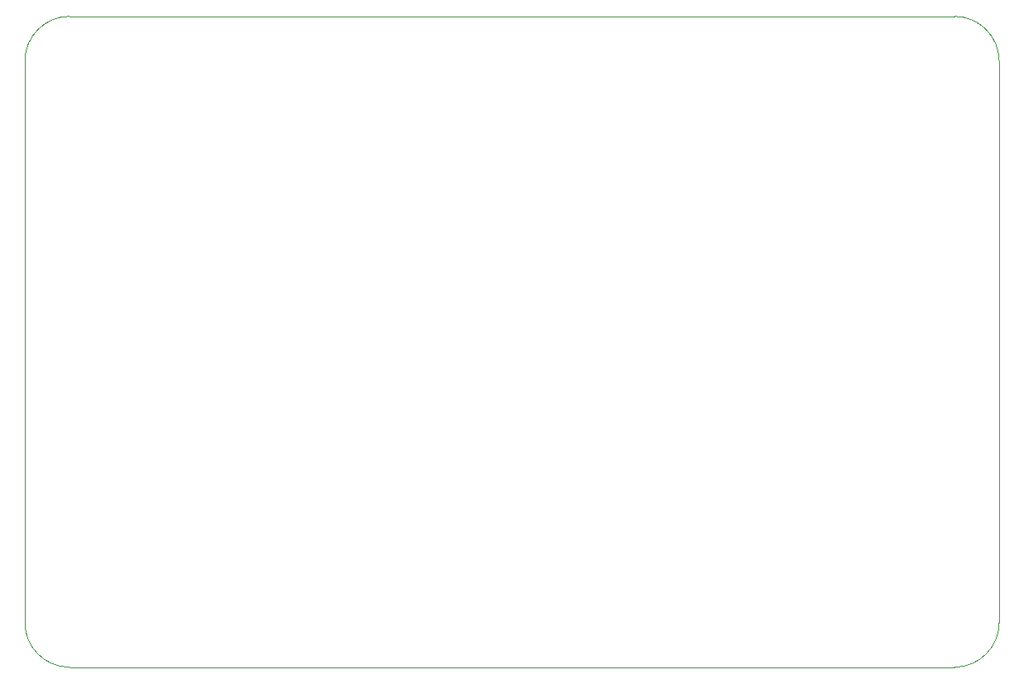
<source format=gbr>
%TF.GenerationSoftware,KiCad,Pcbnew,(6.0.1)*%
%TF.CreationDate,2022-01-30T10:49:48+01:00*%
%TF.ProjectId,board_shakercontrol,626f6172-645f-4736-9861-6b6572636f6e,rev?*%
%TF.SameCoordinates,Original*%
%TF.FileFunction,Profile,NP*%
%FSLAX46Y46*%
G04 Gerber Fmt 4.6, Leading zero omitted, Abs format (unit mm)*
G04 Created by KiCad (PCBNEW (6.0.1)) date 2022-01-30 10:49:48*
%MOMM*%
%LPD*%
G01*
G04 APERTURE LIST*
%TA.AperFunction,Profile*%
%ADD10C,0.100000*%
%TD*%
G04 APERTURE END LIST*
D10*
X48768000Y-98044000D02*
X48768000Y-40640000D01*
X143764000Y-36068000D02*
X53340000Y-36068000D01*
X143764000Y-102615998D02*
G75*
G03*
X148336000Y-98044000I2J4571998D01*
G01*
X48768000Y-98044000D02*
G75*
G03*
X53340000Y-102616000I4572001J1D01*
G01*
X53340000Y-102616000D02*
X143764000Y-102616000D01*
X53340000Y-36068000D02*
G75*
G03*
X48768000Y-40640000I1J-4572001D01*
G01*
X148336000Y-98044000D02*
X148336000Y-40640000D01*
X148335998Y-40640000D02*
G75*
G03*
X143764000Y-36068000I-4571998J2D01*
G01*
M02*

</source>
